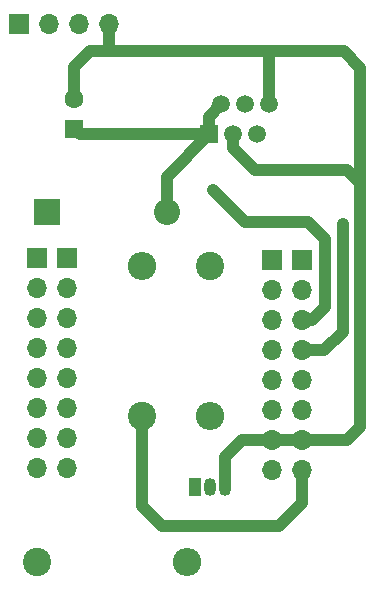
<source format=gbr>
%TF.GenerationSoftware,KiCad,Pcbnew,8.0.0-8.0.0-1~ubuntu22.04.1*%
%TF.CreationDate,2024-03-06T20:03:24+01:00*%
%TF.ProjectId,P1,50312e6b-6963-4616-945f-706362585858,rev?*%
%TF.SameCoordinates,Original*%
%TF.FileFunction,Copper,L2,Bot*%
%TF.FilePolarity,Positive*%
%FSLAX46Y46*%
G04 Gerber Fmt 4.6, Leading zero omitted, Abs format (unit mm)*
G04 Created by KiCad (PCBNEW 8.0.0-8.0.0-1~ubuntu22.04.1) date 2024-03-06 20:03:24*
%MOMM*%
%LPD*%
G01*
G04 APERTURE LIST*
%TA.AperFunction,ComponentPad*%
%ADD10R,1.050000X1.500000*%
%TD*%
%TA.AperFunction,ComponentPad*%
%ADD11O,1.050000X1.500000*%
%TD*%
%TA.AperFunction,ComponentPad*%
%ADD12R,1.520000X1.520000*%
%TD*%
%TA.AperFunction,ComponentPad*%
%ADD13C,1.520000*%
%TD*%
%TA.AperFunction,ComponentPad*%
%ADD14O,1.700000X1.700000*%
%TD*%
%TA.AperFunction,ComponentPad*%
%ADD15R,1.700000X1.700000*%
%TD*%
%TA.AperFunction,ComponentPad*%
%ADD16R,2.200000X2.200000*%
%TD*%
%TA.AperFunction,ComponentPad*%
%ADD17O,2.200000X2.200000*%
%TD*%
%TA.AperFunction,ComponentPad*%
%ADD18C,2.400000*%
%TD*%
%TA.AperFunction,ComponentPad*%
%ADD19O,2.400000X2.400000*%
%TD*%
%TA.AperFunction,ComponentPad*%
%ADD20R,1.600000X1.600000*%
%TD*%
%TA.AperFunction,ComponentPad*%
%ADD21C,1.600000*%
%TD*%
%TA.AperFunction,ViaPad*%
%ADD22C,0.600000*%
%TD*%
%TA.AperFunction,Conductor*%
%ADD23C,1.000000*%
%TD*%
G04 APERTURE END LIST*
D10*
%TO.P,Q1,1,C*%
%TO.N,Net-(Q1-C)*%
X145200000Y-63210000D03*
D11*
%TO.P,Q1,2,B*%
%TO.N,Net-(Q1-B)*%
X146470000Y-63210000D03*
%TO.P,Q1,3,E*%
%TO.N,GND*%
X147740000Y-63210000D03*
%TD*%
D12*
%TO.P,J1,1*%
%TO.N,+5V*%
X146400000Y-33400000D03*
D13*
%TO.P,J1,2*%
X147420000Y-30860000D03*
%TO.P,J1,3*%
%TO.N,GND*%
X148440000Y-33400000D03*
%TO.P,J1,4*%
%TO.N,unconnected-(J1-Pad4)*%
X149460000Y-30860000D03*
%TO.P,J1,5*%
%TO.N,Net-(J1-Pad5)*%
X150480000Y-33400000D03*
%TO.P,J1,6*%
%TO.N,GND*%
X151500000Y-30860000D03*
%TD*%
D14*
%TO.P,J2,4,Pin_4*%
%TO.N,GND*%
X137910000Y-24070000D03*
%TO.P,J2,3,Pin_3*%
%TO.N,Net-(J2-Pin_3)*%
X135370000Y-24070000D03*
%TO.P,J2,2,Pin_2*%
%TO.N,Net-(J2-Pin_2)*%
X132830000Y-24070000D03*
D15*
%TO.P,J2,1,Pin_1*%
%TO.N,+3.3V*%
X130290000Y-24070000D03*
%TD*%
D16*
%TO.P,D1,1,K*%
%TO.N,Net-(D1-K)*%
X132650000Y-39940000D03*
D17*
%TO.P,D1,2,A*%
%TO.N,+5V*%
X142810000Y-39940000D03*
%TD*%
D18*
%TO.P,R1,1*%
%TO.N,Net-(D1-K)*%
X140730000Y-57199999D03*
D19*
%TO.P,R1,2*%
%TO.N,Net-(J1-Pad5)*%
X140730000Y-44499999D03*
%TD*%
D20*
%TO.P,C1,1*%
%TO.N,+5V*%
X134940000Y-32920000D03*
D21*
%TO.P,C1,2*%
%TO.N,GND*%
X134940000Y-30420000D03*
%TD*%
D18*
%TO.P,R3,1*%
%TO.N,Net-(J1-Pad5)*%
X146450001Y-44500000D03*
D19*
%TO.P,R3,2*%
%TO.N,Net-(Q1-B)*%
X146450001Y-57200000D03*
%TD*%
D18*
%TO.P,R2,1*%
%TO.N,+3.3V*%
X131790000Y-69580000D03*
D19*
%TO.P,R2,2*%
%TO.N,Net-(Q1-C)*%
X144490000Y-69580000D03*
%TD*%
D15*
%TO.P,U1,1,EN*%
%TO.N,unconnected-(U1-EN-Pad1)*%
X131815000Y-43890000D03*
D14*
%TO.P,U1,2,IO2*%
%TO.N,unconnected-(U1-IO2-Pad2)*%
X131815000Y-46430000D03*
%TO.P,U1,3,IO4*%
%TO.N,unconnected-(U1-IO4-Pad3)*%
X131815000Y-48970000D03*
%TO.P,U1,4,IO12*%
%TO.N,unconnected-(U1-IO12-Pad4)*%
X131815000Y-51510000D03*
%TO.P,U1,5,IO13*%
%TO.N,unconnected-(U1-IO13-Pad5)*%
X131815000Y-54050000D03*
%TO.P,U1,6,IO11*%
%TO.N,unconnected-(U1-IO11-Pad6)*%
X131815000Y-56590000D03*
%TO.P,U1,7,IO10*%
%TO.N,unconnected-(U1-IO10-Pad7)*%
X131815000Y-59130000D03*
%TO.P,U1,8,3.3V*%
%TO.N,+3.3V*%
X131815000Y-61670000D03*
D15*
%TO.P,U1,9,IO1*%
%TO.N,unconnected-(U1-IO1-Pad9)*%
X134355000Y-43890000D03*
D14*
%TO.P,U1,10,IO3*%
%TO.N,unconnected-(U1-IO3-Pad10)*%
X134355000Y-46430000D03*
%TO.P,U1,11,IO5*%
%TO.N,unconnected-(U1-IO5-Pad11)*%
X134355000Y-48970000D03*
%TO.P,U1,12,IO6*%
%TO.N,unconnected-(U1-IO6-Pad12)*%
X134355000Y-51510000D03*
%TO.P,U1,13,IO7*%
%TO.N,unconnected-(U1-IO7-Pad13)*%
X134355000Y-54050000D03*
%TO.P,U1,14,IO8*%
%TO.N,unconnected-(U1-IO8-Pad14)*%
X134355000Y-56590000D03*
%TO.P,U1,15,IO9*%
%TO.N,unconnected-(U1-IO9-Pad15)*%
X134355000Y-59130000D03*
%TO.P,U1,16,IO14*%
%TO.N,unconnected-(U1-IO14-Pad16)*%
X134355000Y-61670000D03*
D15*
%TO.P,U1,17,IO33*%
%TO.N,unconnected-(U1-IO33-Pad17)*%
X151715000Y-44070000D03*
D14*
%TO.P,U1,18,IO37*%
%TO.N,unconnected-(U1-IO37-Pad18)*%
X151715000Y-46610000D03*
%TO.P,U1,19,IO38*%
%TO.N,unconnected-(U1-IO38-Pad19)*%
X151715000Y-49150000D03*
%TO.P,U1,20,IO34*%
%TO.N,unconnected-(U1-IO34-Pad20)*%
X151715000Y-51690000D03*
%TO.P,U1,21,IO21*%
%TO.N,unconnected-(U1-IO21-Pad21)*%
X151715000Y-54230000D03*
%TO.P,U1,22,IO17*%
%TO.N,unconnected-(U1-IO17-Pad22)*%
X151715000Y-56770000D03*
%TO.P,U1,23,GND*%
%TO.N,GND*%
X151715000Y-59310000D03*
%TO.P,U1,24,IO15*%
%TO.N,unconnected-(U1-IO15-Pad24)*%
X151715000Y-61850000D03*
D15*
%TO.P,U1,25,IO43_/_TX*%
%TO.N,unconnected-(U1-IO43_{slash}_TX-Pad25)*%
X154255000Y-44070000D03*
D14*
%TO.P,U1,26,IO44_/_RX*%
%TO.N,Net-(Q1-C)*%
X154255000Y-46610000D03*
%TO.P,U1,27,IO36_/_SCL*%
%TO.N,Net-(J2-Pin_2)*%
X154255000Y-49150000D03*
%TO.P,U1,28,IO35_/_SDA*%
%TO.N,Net-(J2-Pin_3)*%
X154255000Y-51690000D03*
%TO.P,U1,29,IO18*%
%TO.N,unconnected-(U1-IO18-Pad29)*%
X154255000Y-54230000D03*
%TO.P,U1,30,IO16*%
%TO.N,unconnected-(U1-IO16-Pad30)*%
X154255000Y-56770000D03*
%TO.P,U1,31,GND*%
%TO.N,GND*%
X154255000Y-59310000D03*
%TO.P,U1,32,VBUS*%
%TO.N,Net-(D1-K)*%
X154255000Y-61850000D03*
%TD*%
D22*
%TO.N,Net-(J2-Pin_3)*%
X157690000Y-40940000D03*
%TO.N,Net-(J2-Pin_2)*%
X146700000Y-38090000D03*
%TD*%
D23*
%TO.N,GND*%
X134940000Y-30420000D02*
X134940000Y-27690000D01*
X134940000Y-27690000D02*
X136280000Y-26350000D01*
X136280000Y-26350000D02*
X137880000Y-26350000D01*
X154255000Y-59310000D02*
X158040000Y-59310000D01*
X158040000Y-59310000D02*
X159180000Y-58170000D01*
X159180000Y-58170000D02*
X159180000Y-37530000D01*
X159180000Y-37530000D02*
X159180000Y-27760000D01*
X150290000Y-36390000D02*
X158040000Y-36390000D01*
X158040000Y-36390000D02*
X159180000Y-37530000D01*
X159180000Y-27760000D02*
X157770000Y-26350000D01*
X157770000Y-26350000D02*
X137880000Y-26350000D01*
X150290000Y-36390000D02*
X148450000Y-34550000D01*
X148450000Y-34550000D02*
X148450000Y-33410000D01*
X148450000Y-33410000D02*
X148440000Y-33400000D01*
%TO.N,Net-(D1-K)*%
X152290000Y-66530000D02*
X154255000Y-64565000D01*
X142410000Y-66530000D02*
X152290000Y-66530000D01*
X154255000Y-64565000D02*
X154255000Y-61850000D01*
X140730000Y-64850000D02*
X142410000Y-66530000D01*
X140730000Y-57199999D02*
X140730000Y-64850000D01*
%TO.N,+5V*%
X146400000Y-33400000D02*
X135420000Y-33400000D01*
X135420000Y-33400000D02*
X134940000Y-32920000D01*
X142810000Y-39940000D02*
X142810000Y-36990000D01*
X142810000Y-36990000D02*
X146400000Y-33400000D01*
X146400000Y-31880000D02*
X147420000Y-30860000D01*
X146400000Y-33400000D02*
X146400000Y-31880000D01*
%TO.N,GND*%
X151500000Y-26560000D02*
X151710000Y-26350000D01*
X137910000Y-24070000D02*
X137910000Y-26320000D01*
X147740000Y-63210000D02*
X147740000Y-60730000D01*
X147740000Y-60730000D02*
X149160000Y-59310000D01*
X137910000Y-26320000D02*
X137880000Y-26350000D01*
X154255000Y-59310000D02*
X151715000Y-59310000D01*
X151500000Y-30860000D02*
X151500000Y-26560000D01*
X149160000Y-59310000D02*
X151715000Y-59310000D01*
%TO.N,Net-(J2-Pin_2)*%
X155060000Y-49150000D02*
X154255000Y-49150000D01*
X149390000Y-40780000D02*
X154720000Y-40780000D01*
X156200000Y-42260000D02*
X156200000Y-48010000D01*
X154720000Y-40780000D02*
X156200000Y-42260000D01*
X146700000Y-38090000D02*
X149390000Y-40780000D01*
X156200000Y-48010000D02*
X155060000Y-49150000D01*
%TO.N,Net-(J2-Pin_3)*%
X157690000Y-40940000D02*
X157690000Y-50130000D01*
X156130000Y-51690000D02*
X154255000Y-51690000D01*
X157690000Y-50130000D02*
X156130000Y-51690000D01*
%TD*%
M02*

</source>
